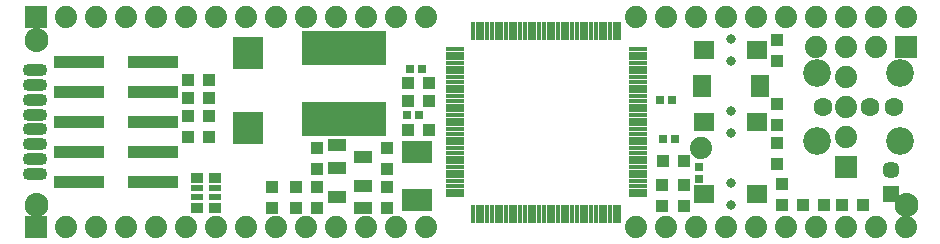
<source format=gbr>
G75*
G70*
%OFA0B0*%
%FSLAX24Y24*%
%IPPOS*%
%LPD*%
%AMOC8*
5,1,8,0,0,1.08239X$1,22.5*
%
%ADD10R,0.0119X0.0631*%
%ADD11R,0.0631X0.0119*%
%ADD12R,0.0440X0.0440*%
%ADD13R,0.0280X0.0270*%
%ADD14R,0.0270X0.0280*%
%ADD15R,0.0591X0.0434*%
%ADD16C,0.0434*%
%ADD17C,0.0500*%
%ADD18R,0.0740X0.0740*%
%ADD19C,0.0740*%
%ADD20R,0.0440X0.0340*%
%ADD21R,0.0440X0.0240*%
%ADD22R,0.2796X0.1142*%
%ADD23R,0.0611X0.0749*%
%ADD24O,0.0820X0.0430*%
%ADD25R,0.0650X0.0631*%
%ADD26C,0.0316*%
%ADD27R,0.1713X0.0434*%
%ADD28C,0.0926*%
%ADD29C,0.0631*%
%ADD30R,0.0571X0.0571*%
%ADD31C,0.0571*%
%ADD32R,0.0985X0.0749*%
%ADD33R,0.0985X0.1064*%
D10*
X021217Y010151D03*
X021375Y010151D03*
X021532Y010151D03*
X021690Y010151D03*
X021847Y010151D03*
X022005Y010151D03*
X022162Y010151D03*
X022320Y010151D03*
X022477Y010151D03*
X022634Y010151D03*
X022792Y010151D03*
X022949Y010151D03*
X023107Y010151D03*
X023264Y010151D03*
X023422Y010151D03*
X023579Y010151D03*
X023737Y010151D03*
X023894Y010151D03*
X024052Y010151D03*
X024209Y010151D03*
X024367Y010151D03*
X024524Y010151D03*
X024682Y010151D03*
X024839Y010151D03*
X024997Y010151D03*
X025154Y010151D03*
X025312Y010151D03*
X025469Y010151D03*
X025627Y010151D03*
X025784Y010151D03*
X025942Y010151D03*
X026099Y010151D03*
X026099Y016253D03*
X025942Y016253D03*
X025784Y016253D03*
X025627Y016253D03*
X025469Y016253D03*
X025312Y016253D03*
X025154Y016253D03*
X024997Y016253D03*
X024839Y016253D03*
X024682Y016253D03*
X024524Y016253D03*
X024367Y016253D03*
X024209Y016253D03*
X024052Y016253D03*
X023894Y016253D03*
X023737Y016253D03*
X023579Y016253D03*
X023422Y016253D03*
X023264Y016253D03*
X023107Y016253D03*
X022949Y016253D03*
X022792Y016253D03*
X022634Y016253D03*
X022477Y016253D03*
X022320Y016253D03*
X022162Y016253D03*
X022005Y016253D03*
X021847Y016253D03*
X021690Y016253D03*
X021532Y016253D03*
X021375Y016253D03*
X021217Y016253D03*
D11*
X020607Y015643D03*
X020607Y015485D03*
X020607Y015328D03*
X020607Y015170D03*
X020607Y015013D03*
X020607Y014855D03*
X020607Y014698D03*
X020607Y014540D03*
X020607Y014383D03*
X020607Y014226D03*
X020607Y014068D03*
X020607Y013911D03*
X020607Y013753D03*
X020607Y013596D03*
X020607Y013438D03*
X020607Y013281D03*
X020607Y013123D03*
X020607Y012966D03*
X020607Y012808D03*
X020607Y012651D03*
X020607Y012493D03*
X020607Y012336D03*
X020607Y012178D03*
X020607Y012021D03*
X020607Y011863D03*
X020607Y011706D03*
X020607Y011548D03*
X020607Y011391D03*
X020607Y011233D03*
X020607Y011076D03*
X020607Y010918D03*
X020607Y010761D03*
X026709Y010761D03*
X026709Y010918D03*
X026709Y011076D03*
X026709Y011233D03*
X026709Y011391D03*
X026709Y011548D03*
X026709Y011706D03*
X026709Y011863D03*
X026709Y012021D03*
X026709Y012178D03*
X026709Y012336D03*
X026709Y012493D03*
X026709Y012651D03*
X026709Y012808D03*
X026709Y012966D03*
X026709Y013123D03*
X026709Y013281D03*
X026709Y013438D03*
X026709Y013596D03*
X026709Y013753D03*
X026709Y013911D03*
X026709Y014068D03*
X026709Y014226D03*
X026709Y014383D03*
X026709Y014540D03*
X026709Y014698D03*
X026709Y014855D03*
X026709Y015013D03*
X026709Y015170D03*
X026709Y015328D03*
X026709Y015485D03*
X026709Y015643D03*
D12*
X031358Y015952D03*
X031358Y015252D03*
X031358Y013802D03*
X031358Y013102D03*
X031358Y012502D03*
X031358Y011802D03*
X031508Y011152D03*
X031508Y010452D03*
X032208Y010452D03*
X032908Y010452D03*
X033508Y010452D03*
X034208Y010452D03*
X028258Y010402D03*
X027508Y010402D03*
X027508Y011102D03*
X028258Y011102D03*
X028258Y011902D03*
X027558Y011902D03*
X019758Y012952D03*
X019058Y012952D03*
X018358Y012352D03*
X018358Y011652D03*
X018358Y011052D03*
X018358Y010352D03*
X016008Y010352D03*
X015308Y010352D03*
X014508Y010352D03*
X014508Y011052D03*
X015308Y011052D03*
X016008Y011052D03*
X016008Y011652D03*
X016008Y012352D03*
X019058Y013902D03*
X019758Y013902D03*
X019758Y014502D03*
X019058Y014502D03*
X012408Y014602D03*
X011708Y014602D03*
X011708Y014002D03*
X011708Y013402D03*
X012408Y013402D03*
X012408Y014002D03*
X012408Y012702D03*
X011708Y012702D03*
D13*
X019008Y013427D03*
X019408Y013427D03*
X019508Y014977D03*
X019108Y014977D03*
X027458Y013952D03*
X027858Y013952D03*
X027958Y012652D03*
X027558Y012652D03*
D14*
X028758Y011702D03*
X028758Y011302D03*
D15*
X017541Y011076D03*
X016675Y010702D03*
X017541Y010328D03*
X016675Y011678D03*
X017541Y012052D03*
X016675Y012426D03*
D16*
X006658Y010452D03*
X006658Y015952D03*
X035658Y010452D03*
D17*
X035516Y010452D02*
X035518Y010476D01*
X035524Y010499D01*
X035534Y010521D01*
X035548Y010541D01*
X035564Y010559D01*
X035584Y010573D01*
X035605Y010584D01*
X035628Y010591D01*
X035652Y010594D01*
X035676Y010593D01*
X035700Y010588D01*
X035722Y010579D01*
X035742Y010566D01*
X035761Y010550D01*
X035776Y010532D01*
X035787Y010510D01*
X035795Y010488D01*
X035799Y010464D01*
X035799Y010440D01*
X035795Y010416D01*
X035787Y010394D01*
X035776Y010372D01*
X035761Y010354D01*
X035742Y010338D01*
X035722Y010325D01*
X035700Y010316D01*
X035676Y010311D01*
X035652Y010310D01*
X035628Y010313D01*
X035605Y010320D01*
X035584Y010331D01*
X035564Y010345D01*
X035548Y010363D01*
X035534Y010383D01*
X035524Y010405D01*
X035518Y010428D01*
X035516Y010452D01*
X006516Y010452D02*
X006518Y010476D01*
X006524Y010499D01*
X006534Y010521D01*
X006548Y010541D01*
X006564Y010559D01*
X006584Y010573D01*
X006605Y010584D01*
X006628Y010591D01*
X006652Y010594D01*
X006676Y010593D01*
X006700Y010588D01*
X006722Y010579D01*
X006742Y010566D01*
X006761Y010550D01*
X006776Y010532D01*
X006787Y010510D01*
X006795Y010488D01*
X006799Y010464D01*
X006799Y010440D01*
X006795Y010416D01*
X006787Y010394D01*
X006776Y010372D01*
X006761Y010354D01*
X006742Y010338D01*
X006722Y010325D01*
X006700Y010316D01*
X006676Y010311D01*
X006652Y010310D01*
X006628Y010313D01*
X006605Y010320D01*
X006584Y010331D01*
X006564Y010345D01*
X006548Y010363D01*
X006534Y010383D01*
X006524Y010405D01*
X006518Y010428D01*
X006516Y010452D01*
X006516Y015952D02*
X006518Y015976D01*
X006524Y015999D01*
X006534Y016021D01*
X006548Y016041D01*
X006564Y016059D01*
X006584Y016073D01*
X006605Y016084D01*
X006628Y016091D01*
X006652Y016094D01*
X006676Y016093D01*
X006700Y016088D01*
X006722Y016079D01*
X006742Y016066D01*
X006761Y016050D01*
X006776Y016032D01*
X006787Y016010D01*
X006795Y015988D01*
X006799Y015964D01*
X006799Y015940D01*
X006795Y015916D01*
X006787Y015894D01*
X006776Y015872D01*
X006761Y015854D01*
X006742Y015838D01*
X006722Y015825D01*
X006700Y015816D01*
X006676Y015811D01*
X006652Y015810D01*
X006628Y015813D01*
X006605Y015820D01*
X006584Y015831D01*
X006564Y015845D01*
X006548Y015863D01*
X006534Y015883D01*
X006524Y015905D01*
X006518Y015928D01*
X006516Y015952D01*
D18*
X006658Y009702D03*
X006658Y016702D03*
X033658Y011702D03*
X035658Y015702D03*
D19*
X034658Y015702D03*
X033658Y015702D03*
X032658Y015702D03*
X032658Y016702D03*
X033658Y016702D03*
X034658Y016702D03*
X035658Y016702D03*
X033658Y014702D03*
X033658Y013702D03*
X033658Y012702D03*
X028808Y012352D03*
X028658Y009702D03*
X027658Y009702D03*
X026658Y009702D03*
X029658Y009702D03*
X030658Y009702D03*
X031658Y009702D03*
X032658Y009702D03*
X033658Y009702D03*
X034658Y009702D03*
X035658Y009702D03*
X031658Y016702D03*
X030658Y016702D03*
X029658Y016702D03*
X028658Y016702D03*
X027658Y016702D03*
X026658Y016702D03*
X019658Y016702D03*
X018658Y016702D03*
X017658Y016702D03*
X016658Y016702D03*
X015658Y016702D03*
X014658Y016702D03*
X013658Y016702D03*
X012658Y016702D03*
X011658Y016702D03*
X010658Y016702D03*
X009658Y016702D03*
X008658Y016702D03*
X007658Y016702D03*
X007658Y009702D03*
X008658Y009702D03*
X009658Y009702D03*
X010658Y009702D03*
X011658Y009702D03*
X012658Y009702D03*
X013658Y009702D03*
X014658Y009702D03*
X015658Y009702D03*
X016658Y009702D03*
X017658Y009702D03*
X018658Y009702D03*
X019658Y009702D03*
D20*
X012608Y010352D03*
X012008Y010352D03*
X012008Y011352D03*
X012608Y011352D03*
D21*
X012608Y011002D03*
X012008Y011002D03*
X012008Y010702D03*
X012608Y010702D03*
D22*
X016908Y013321D03*
X016908Y015683D03*
D23*
X028846Y014402D03*
X030771Y014402D03*
D24*
X006608Y014432D03*
X006608Y013940D03*
X006608Y013448D03*
X006608Y012956D03*
X006608Y012464D03*
X006608Y011972D03*
X006608Y011479D03*
X006608Y014924D03*
D25*
X028922Y015602D03*
X030694Y015602D03*
X030694Y013202D03*
X028922Y013202D03*
X028922Y010802D03*
X030694Y010802D03*
D26*
X029808Y011156D03*
X029808Y010448D03*
X029808Y012848D03*
X029808Y013556D03*
X029808Y015248D03*
X029808Y015956D03*
D27*
X010538Y015202D03*
X010538Y014202D03*
X010538Y013202D03*
X010538Y012202D03*
X010538Y011202D03*
X008078Y011202D03*
X008078Y012202D03*
X008078Y013202D03*
X008078Y014202D03*
X008078Y015202D03*
D28*
X032679Y014832D03*
X035435Y014832D03*
X035435Y012588D03*
X032679Y012588D03*
D29*
X032876Y013710D03*
X033664Y013710D03*
X034451Y013710D03*
X035238Y013710D03*
D30*
X035158Y010808D03*
D31*
X035158Y011596D03*
D32*
X019358Y012189D03*
X019358Y010614D03*
D33*
X013708Y012992D03*
X013708Y015512D03*
M02*

</source>
